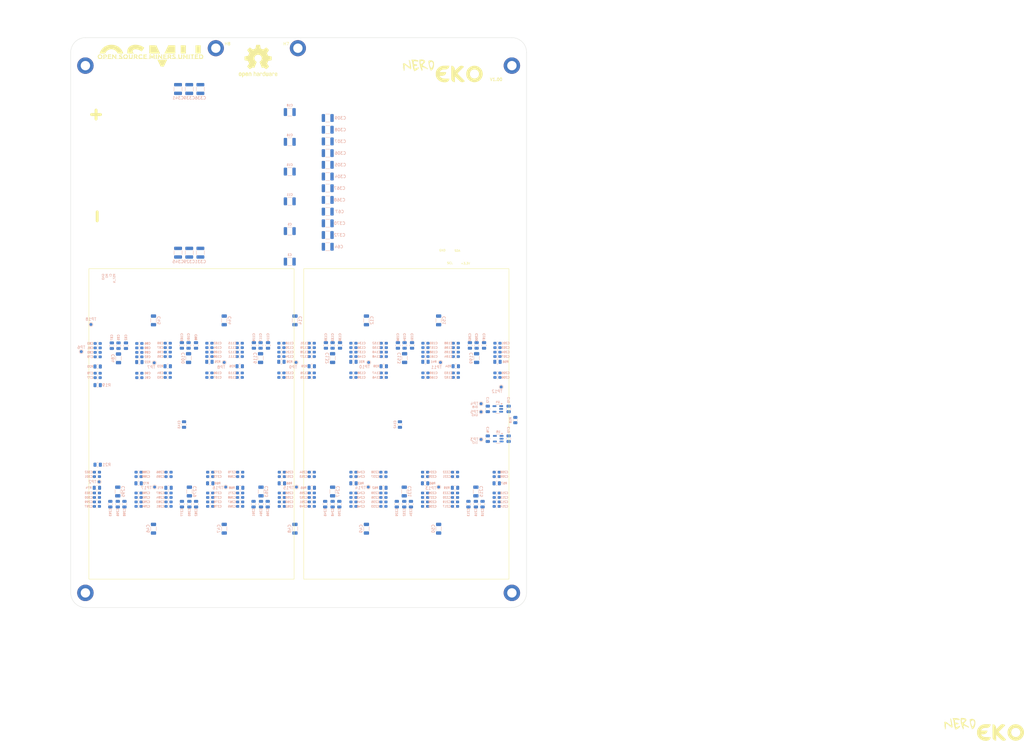
<source format=kicad_pcb>
(kicad_pcb (version 20240108) (generator "pcbnew") (generator_version "8.0")
  (layers (0 "F.Cu" mixed) (1 "In1.Cu" signal) (2 "In2.Cu" signal) (3 "In3.Cu" signal) (4 "In4.Cu" signal) (31 "B.Cu" signal) (34 "B.Paste" user) (35 "F.Paste" user) (36 "B.SilkS" user "B.Silkscreen") (37 "F.SilkS" user "F.Silkscreen") (38 "B.Mask" user) (39 "F.Mask" user) (44 "Edge.Cuts" user))
  (net 0 "")
  (net 1 "GND")
  (net 2 "Net-(U7-VDD1_0)")
  (net 3 "+1V2")
  (net 4 "Net-(U7-VDD2_0)")
  (net 5 "Net-(U7-VDD3_0)")
  (net 6 "Net-(U7-VDD3_1)")
  (net 7 "+12V")
  (net 8 "VDD")
  (net 9 "+0V8")
  (net 10 "Net-(U9-VDD1_0)")
  (net 11 "Net-(U7-VDD2_1)")
  (net 12 "Net-(U7-VDD1_1)")
  (net 13 "Net-(U9-VDD2_0)")
  (net 14 "Net-(U8-VDD1_0)")
  (net 15 "Net-(U9-VDD3_0)")
  (net 16 "+3V3")
  (net 17 "Net-(U30-VSP)")
  (net 18 "Net-(U8-VDD2_0)")
  (net 19 "Net-(U30-VSN)")
  (net 20 "Net-(U8-VDD3_0)")
  (net 21 "Net-(U8-VDD3_1)")
  (net 22 "Net-(U8-VDD2_1)")
  (net 23 "Net-(U8-VDD1_1)")
  (net 24 "Net-(U15-VDD1_0)")
  (net 25 "Net-(U15-VDD2_0)")
  (net 26 "Net-(U15-VDD3_0)")
  (net 27 "Net-(U15-VDD3_1)")
  (net 28 "Net-(U10-VDD3_0)")
  (net 29 "Net-(U10-VDD2_0)")
  (net 30 "Net-(U10-VDD1_0)")
  (net 31 "/Power/PWR_EN")
  (net 32 "Net-(U15-VDD2_1)")
  (net 33 "Net-(U15-VDD1_1)")
  (net 34 "/T-Display-S3/TACHO1")
  (net 35 "Net-(U9-VDD3_1)")
  (net 36 "/T-Display-S3/TACHO2")
  (net 37 "/Power/FCCM")
  (net 38 "Net-(U9-VDD2_1)")
  (net 39 "Net-(U9-VDD1_1)")
  (net 40 "Net-(U10-VDD3_1)")
  (net 41 "Net-(U10-VDD2_1)")
  (net 42 "Net-(U10-VDD1_1)")
  (net 43 "/Power/VR_RDY")
  (net 44 "Net-(U22-VDD1_0)")
  (net 45 "Net-(U22-VDD2_0)")
  (net 46 "Net-(U22-VDD3_0)")
  (net 47 "Net-(U22-VDD3_1)")
  (net 48 "Net-(U22-VDD2_1)")
  (net 49 "Net-(U22-VDD1_1)")
  (net 50 "Net-(U23-VDD1_0)")
  (net 51 "Net-(U23-VDD2_0)")
  (net 52 "Net-(U9-LITE_PAD)")
  (net 53 "Net-(U23-VDD3_0)")
  (net 54 "Net-(U23-VDD3_1)")
  (net 55 "Net-(U23-VDD2_1)")
  (net 56 "Net-(U23-VDD1_1)")
  (net 57 "Net-(U24-VDD1_0)")
  (net 58 "Net-(U10-LITE_PAD)")
  (net 59 "Net-(U24-VDD2_0)")
  (net 60 "/Power/TPS_PWM2")
  (net 61 "Net-(U24-VDD3_0)")
  (net 62 "Net-(U24-VDD3_1)")
  (net 63 "/Power/TPS_PWM1")
  (net 64 "Net-(U24-VDD2_1)")
  (net 65 "/T-Display-S3/SDA")
  (net 66 "/T-Display-S3/SCL")
  (net 67 "/Power/TPS_PWM3")
  (net 68 "Net-(U24-VDD1_1)")
  (net 69 "Net-(U25-VDD1_0)")
  (net 70 "Net-(U25-VDD2_0)")
  (net 71 "Net-(U25-VDD3_0)")
  (net 72 "Net-(U25-VDD3_1)")
  (net 73 "Net-(U25-VDD2_1)")
  (net 74 "Net-(U25-VDD1_1)")
  (net 75 "Net-(U26-VDD1_0)")
  (net 76 "Net-(U26-VDD2_0)")
  (net 77 "Net-(U26-VDD3_0)")
  (net 78 "Net-(U26-VDD3_1)")
  (net 79 "Net-(U26-VDD2_1)")
  (net 80 "Net-(U26-VDD1_1)")
  (net 81 "Net-(U27-VDD1_0)")
  (net 82 "Net-(U27-VDD2_0)")
  (net 83 "/Power/TPS_PWM4")
  (net 84 "Net-(U27-VDD3_0)")
  (net 85 "Net-(U27-VDD3_1)")
  (net 86 "Net-(U27-VDD2_1)")
  (net 87 "Net-(U27-VDD1_1)")
  (net 88 "Net-(U28-VDD1_0)")
  (net 89 "Net-(U28-VDD2_0)")
  (net 90 "Net-(U28-VDD3_0)")
  (net 91 "Net-(U28-VDD3_1)")
  (net 92 "Net-(U28-VDD2_1)")
  (net 93 "Net-(U28-VDD1_1)")
  (net 94 "Net-(U7-LITE_PAD)")
  (net 95 "Net-(U8-LITE_PAD)")
  (net 96 "Net-(U15-LITE_PAD)")
  (net 97 "Net-(U22-LITE_PAD)")
  (net 98 "/BM1370chain/BM1370-5/NRSTO")
  (net 99 "Net-(U23-LITE_PAD)")
  (net 100 "/BM1370chain/BM1370-6/NRSTO")
  (net 101 "Net-(U24-LITE_PAD)")
  (net 102 "/BM1370chain/BM1370-7/NRSTO")
  (net 103 "Net-(U25-LITE_PAD)")
  (net 104 "/BM1370chain/BM1370-8/NRSTO")
  (net 105 "Net-(U26-LITE_PAD)")
  (net 106 "/BM1370chain/BM1370-10/NRSTI")
  (net 107 "Net-(U27-LITE_PAD)")
  (net 108 "/BM1370chain/BM1370-10/NRSTO")
  (net 109 "Net-(U28-LITE_PAD)")
  (net 110 "/BM1370chain/BM1370-11/RI")
  (net 111 "/BM1370chain/BM1370-11/NRSTO")
  (net 114 "/BM1370chain/RST_N")
  (net 115 "/T-Display-S3/PWM1")
  (net 116 "/T-Display-S3/PWM2")
  (net 117 "/BM1370chain/BM1370-0/BI")
  (net 118 "/BM1370chain/LDO_EN")
  (net 119 "/BM1370chain/BM1370-0/NRSTO")
  (net 120 "/BM1370chain/BM1370-1/NRSTO")
  (net 121 "/BM1370chain/BM1370-2/NRSTO")
  (net 122 "/BM1370chain/BM1370-3/NRSTO")
  (net 123 "/BM1370chain/BM1370-0/CLKI")
  (net 124 "/Power/TPS_PWM6")
  (net 125 "/Power/TPS_PWM5")
  (net 126 "/BM1370chain/BM1370-4/NRSTO")
  (net 127 "/BM1370chain/RXD")
  (net 128 "/BM1370chain/TXD")
  (net 129 "/BM1370chain/RESET_N")
  (net 130 "/BM1370chain/BM1370-10/CLKI")
  (net 131 "/BM1370chain/BM1370-11/CLKO")
  (net 132 "/Power/TSEN")
  (net 133 "+VREF")
  (net 134 "/T-Display-S3/LED_RGB")
  (net 135 "/BM1370chain/BM1370-1/CLKI")
  (net 136 "/BM1370chain/BM1370-2/CLKI")
  (net 137 "/BM1370chain/BM1370-3/CLKI")
  (net 138 "/BM1370chain/BM1370-4/CLKI")
  (net 139 "/BM1370chain/BM1370-6/CLKI")
  (net 140 "/BM1370chain/BM1370-7/CLKI")
  (net 141 "/BM1370chain/BM1370-8/CLKI")
  (net 142 "/BM1370chain/BM1370-9/CLKI")
  (net 143 "/BM1370chain/BM1370-11/CLKI")
  (net 144 "/BM1370chain/BM1370-5/CLKI")
  (net 145 "+5V_STDBY")
  (footprint "" (layer "F.Cu") (at 185.009218 214.951644)
    (property "Reference" "")
    (property "Value" "")
  )
  (footprint "MountingHole:MountingHole_3.2mm_M3_DIN965_Pad" (layer "F.Cu") (at 39.509218 34.951644)
    (property "Reference" "REF**" (hide yes))
    (property "Value" "MountingHole_3.2mm_M3_DIN965_Pad" (hide yes))
  )
  (footprint "" (layer "F.Cu") (at 185.009218 34.951644)
    (property "Reference" "")
    (property "Value" "")
  )
  (footprint "MountingHole:MountingHole_3.2mm_M3_ISO14580_Pad" (layer "F.Cu") (at 112 29)
    (property "Reference" "H7")
    (property "Value" "MountingHole")
  )
  (footprint "LOGO" (layer "F.Cu") (at 62.23 30.988)
    (property "Reference" "G***" (hide yes))
    (property "Value" "LOGO" (hide yes))
  )
  (footprint "MountingHole:MountingHole_3.2mm_M3_ISO14580_Pad" (layer "F.Cu") (at 84 29)
    (property "Reference" "H8")
    (property "Value" "MountingHole")
  )
  (footprint "EKO_Miner_ASIClib:Logo NerdEKO-30x10" (layer "F.Cu") (at 147.561733 32.751776)
    (property "Reference" "G***" (hide yes))
    (property "Value" "LOGO" (hide yes))
  )
  (footprint "Symbol:OSHW-Logo2_14.6x12mm_SilkScreen" (layer "F.Cu") (at 98.425 33.401)
    (property "Reference" "REF**" (hide yes))
    (property "Value" "OSHW-Logo2_14.6x12mm_SilkScreen" (hide yes))
  )
  (footprint "" (layer "F.Cu") (at 39.509218 214.951644)
    (property "Reference" "")
    (property "Value" "")
  )
  (footprint "EKO_Miner_ASIClib:Logo NerdEKO-30x10" (layer "F.Cu") (at 332.232 257.556)
    (property "Reference" "G***" (hide yes))
    (property "Value" "LOGO" (hide yes))
  )
  (footprint "Capacitor_SMD:C_1206_3216Metric" (layer "B.Cu") (at 160.02 193.04 -90)
    (property "Reference" "C50")
    (property "Value" "100µ/6.3V")
  )
  (footprint "Resistor_SMD:R_0805_2012Metric" (layer "B.Cu") (at 155.3972 177.546001)
    (property "Reference" "R60")
    (property "Value" "1K")
  )
  (footprint "Capacitor_SMD:C_1210_3225Metric" (layer "B.Cu") (at 109.22 91.44 180)
    (property "Reference" "C5")
    (property "Value" "330µF/4V")
  )
  (footprint "Capacitor_SMD:C_0603_1608Metric_Pad1.08x0.95mm_HandSolder" (layer "B.Cu") (at 43.688 131.318)
    (property "Reference" "C81")
    (property "Value" "1µF/6.3V")
  )
  (footprint "Capacitor_SMD:C_0603_1608Metric_Pad1.08x0.95mm_HandSolder" (layer "B.Cu") (at 180.086 141.390667)
    (property "Reference" "C206")
    (property "Value" "1µF/6.3V")
  )
  (footprint "Resistor_SMD:R_0805_2012Metric" (layer "B.Cu") (at 155.517865 136.056667 180)
    (property "Reference" "R41")
    (property "Value" "2K")
  )
  (footprint "Capacitor_SMD:C_1206_3216Metric" (layer "B.Cu") (at 172.974 134.786667 -90)
    (property "Reference" "C199")
    (property "Value" "100µ/6.3V")
  )
  (footprint "Capacitor_SMD:C_0603_1608Metric_Pad1.08x0.95mm_HandSolder" (layer "B.Cu") (at 155.517865 129.706667 180)
    (property "Reference" "C155")
    (property "Value" "1µF/6.3V")
  )
  (footprint "Capacitor_SMD:C_0603_1608Metric_Pad1.08x0.95mm_HandSolder" (layer "B.Cu") (at 82.092802 173.736)
    (property "Reference" "C272")
    (property "Value" "1µF/6.3V")
  )
  (footprint "Capacitor_SMD:C_0805_2012Metric" (layer "B.Cu") (at 96.983599 130.468667 90)
    (property "Reference" "C119")
    (property "Value" "100nF")
  )
  (footprint "Capacitor_SMD:C_1210_3225Metric" (layer "B.Cu") (at 122.174 68.810908)
    (property "Reference" "C305")
    (property "Value" "330µF/4V")
  )
  (footprint "Capacitor_SMD:C_0603_1608Metric_Pad1.08x0.95mm_HandSolder" (layer "B.Cu") (at 92.303602 183.895998 180)
    (property "Reference" "C267")
    (property "Value" "1µF/6.3V")
  )
  (footprint "Capacitor_SMD:C_0603_1608Metric_Pad1.08x0.95mm_HandSolder" (layer "B.Cu") (at 82.092801 183.895999 180)
    (property "Reference" "C276")
    (property "Value" "1µF/6.3V")
  )
  (footprint "Capacitor_SMD:C_0603_1608Metric_Pad1.08x0.95mm_HandSolder" (layer "B.Cu") (at 155.517865 132.754667 180)
    (property "Reference" "C158")
    (property "Value" "1µF/6.3V")
  )
  (footprint "TestPoint:TestPoint_Pad_D1.0mm" (layer "B.Cu") (at 44.196 177.038 180)
    (property "Reference" "TP2")
    (property "Value" "TestPoint")
  )
  (footprint "Capacitor_SMD:C_0603_1608Metric_Pad1.08x0.95mm_HandSolder" (layer "B.Cu") (at 92.303602 175.259999)
    (property "Reference" "C269")
    (property "Value" "1µF/6.3V")
  )
  (footprint "Capacitor_SMD:C_1206_3216Metric" (layer "B.Cu") (at 74.701466 134.786667 -90)
    (property "Reference" "C100")
    (property "Value" "100µ/6.3V")
  )
  (footprint "Capacitor_SMD:C_0603_1608Metric_Pad1.08x0.95mm_HandSolder" (layer "B.Cu") (at 106.381599 134.278667 180)
    (property "Reference" "C124")
    (property "Value" "1µF/6.3V")
  )
  (footprint "Capacitor_SMD:C_0603_1608Metric_Pad1.08x0.95mm_HandSolder" (layer "B.Cu") (at 81.813466 131.230667)
    (property "Reference" "C104")
    (property "Value" "1µF/6.3V")
  )
  (footprint "Capacitor_SMD:C_0805_2012Metric" (layer "B.Cu") (at 175.005999 184.658 -90)
    (property "Reference" "C218")
    (property "Value" "100nF")
  )
  (footprint "Capacitor_SMD:C_0805_2012Metric" (layer "B.Cu") (at 123.8504 184.658 -90)
    (property "Reference" "C248")
    (property "Value" "1µF/25V")
  )
  (footprint "Capacitor_SMD:C_0603_1608Metric_Pad1.08x0.95mm_HandSolder" (layer "B.Cu") (at 155.397199 185.42)
    (property "Reference" "C230")
    (property "Value" "1µF/6.3V")
  )
  (footprint "Resistor_SMD:R_0805_2012Metric" (layer "B.Cu") (at 130.9624 177.546001)
    (property "Reference" "R63")
    (property "Value" "1K")
  )
  (footprint "Capacitor_SMD:C_0603_1608Metric_Pad1.08x0.95mm_HandSolder" (layer "B.Cu") (at 165.862 139.866667)
    (property "Reference" "C193")
    (property "Value" "1µF/6.3V")
  )
  (footprint "Resistor_SMD:R_0805_2012Metric" (layer "B.Cu") (at 141.293865 137.580667 180)
    (property "Reference" "R39")
    (property "Value" "1K")
  )
  (footprint "Capacitor_SMD:C_0805_2012Metric" (layer "B.Cu") (at 101.701601 184.657999 -90)
    (property "Reference" "C266")
    (property "Value" "100nF")
  )
  (footprint "Capacitor_SMD:C_0603_1608Metric_Pad1.08x0.95mm_HandSolder" (layer "B.Cu") (at 43.434002 182.371998)
    (property "Reference" "C300")
    (property "Value" "1µF/6.3V")
  )
  (footprint "Resistor_SMD:R_0805_2012Metric" (layer "B.Cu") (at 165.608 179.069999)
    (property "Reference" "R59")
    (property "Value" "2K")
  )
  (footprint "Capacitor_SMD:C_0805_2012Metric" (layer "B.Cu") (at 50.546002 184.657999 -90)
    (property "Reference" "C296")
    (property "Value" "1µF/25V")
  )
  (footprint "Capacitor_SMD:C_1210_3225Metric" (layer "B.Cu") (at 78.74 98.806 -90)
    (property "Reference" "C331")
    (property "Value" "22µ/25V")
  )
  (footprint "Capacitor_SMD:C_0603_1608Metric_Pad1.08x0.95mm_HandSolder" (layer "B.Cu") (at 130.9624 175.260001 180)
    (property "Reference" "C241")
    (property "Value" "1µF/6.3V")
  )
  (footprint "Capacitor_SMD:C_0805_2012Metric" (layer "B.Cu") (at 53.34 130.556 90)
    (property "Reference" "C82")
    (property "Value" "10µF/25V")
  )
  (footprint "Capacitor_SMD:C_0805_2012Metric" (layer "B.Cu") (at 72.415466 130.468667 90)
    (property "Reference" "C103")
    (property "Value" "100nF")
  )
  (footprint "Capacitor_SMD:C_0603_1608Metric_Pad1.08x0.95mm_HandSolder" (layer "B.Cu") (at 67.589466 139.866667)
    (property "Reference" "C94")
    (property "Value" "1µF/6.3V")
  )
  (footprint "Capacitor_SMD:C_0603_1608Metric_Pad1.08x0.95mm_HandSolder" (layer "B.Cu") (at 116.7384 180.847999)
    (property "Reference" "C255")
    (property "Value" "1µF/6.3V")
  )
  (footprint "TestPoint:TestPoint_Pad_D1.0mm" (layer "B.Cu") (at 136.144 136.271 180)
    (property "Reference" "TP10")
    (property "Value" "TestPoint")
  )
  (footprint "Capacitor_SMD:C_0603_1608Metric_Pad1.08x0.95mm_HandSolder" (layer "B.Cu") (at 82.092802 182.371999)
    (property "Reference" "C275")
    (property "Value" "1µF/6.3V")
  )
  (footprint "Capacitor_SMD:C_0603_1608Metric_Pad1.08x0.95mm_HandSolder" (layer "B.Cu") (at 141.293865 141.390667 180)
    (property "Reference" "C146")
    (property "Value" "1µF/6.3V")
  )
  (footprint "Resistor_SMD:R_0805_2012Metric" (layer "B.Cu") (at 180.086 136.056667 180)
    (property "Reference" "R56")
    (property "Value" "2K")
  )
  (footprint "Capacitor_SMD:C_0603_1608Metric_Pad1.08x0.95mm_HandSolder" (layer "B.Cu") (at 82.092802 175.26 180)
    (property "Reference" "C273")
    (property "Value" "1µF/6.3V")
  )
  (footprint "Capacitor_SMD:C_1210_3225Metric" (layer "B.Cu") (at 122.174 52.832)
    (property "Reference" "C309")
    (property "Value" "330µF/4V")
  )
  (footprint "Capacitor_SMD:C_0805_2012Metric" (layer "B.Cu") (at 148.2852 184.658 -90)
    (property "Reference" "C232")
    (property "Value" "1µF/25V")
  )
  (footprint "Capacitor_SMD:C_0805_2012Metric" (layer "B.Cu") (at 123.837732 130.468667 90)
    (property "Reference" "C133")
    (property "Value" "1µF/25V")
  )
  (footprint "Capacitor_SMD:C_0805_2012Metric" (layer "B.Cu") (at 99.269599 130.468667 90)
    (property "Reference" "C117")
    (property "Value" "1µF/25V")
  )
  (footprint "Resistor_SMD:R_0805_2012Metric" (layer "B.Cu") (at 43.688 137.668 180)
    (property "Reference" "R20")
    (property "Value" "1K")
  )
  (footprint "Capacitor_SMD:C_0603_1608Metric_Pad1.08x0.95mm_HandSolder" (layer "B.Cu") (at 57.658002 173.736)
    (property "Reference" "C288")
    (property "Value" "1µF/6.3V")
  )
  (footprint "Capacitor_SMD:C_0603_1608Metric_Pad1.08x0.95mm_HandSolder" (layer "B.Cu") (at 130.949732 141.390667)
    (property "Reference" "C139")
    (property "Value" "1µF/6.3V")
  )
  (footprint "Capacitor_SMD:C_0603_1608Metric_Pad1.08x0.95mm_HandSolder" (layer "B.Cu") (at 165.608 185.419999)
    (property "Reference" "C217")
    (property "Value" "1µF/6.3V")
  )
  (footprint "Capacitor_SMD:C_0603_1608Metric_Pad1.08x0.95mm_HandSolder" (layer "B.Cu") (at 67.589466 129.706667 180)
    (property "Reference" "C99")
    (property "Value" "1µF/6.3V")
  )
  (footprint "Capacitor_SMD:C_1206_3216Metric" (layer "B.Cu") (at 135.382 121.92 90)
    (property "Reference" "C12")
    (property "Value" "100µ/6.3V")
  )
  (footprint "Capacitor_SMD:C_1206_3216Metric" (layer "B.Cu") (at 86.868 193.04 -90)
    (property "Reference" "C47")
    (property "Value" "100µ/6.3V")
  )
  (footprint "Capacitor_SMD:C_0603_1608Metric_Pad1.08x0.95mm_HandSolder" (layer "B.Cu") (at 130.949732 134.278667 180)
    (property "Reference" "C140")
    (property "Value" "1µF/6.3V")
  )
  (footprint "Resistor_SMD:R_0805_2012Metric" (layer "B.Cu") (at 92.157599 137.580667 180)
    (property "Reference" "R26")
    (property "Value" "1K")
  )
  (footprint "Capacitor_SMD:C_0805_2012Metric" (layer "B.Cu") (at 121.551732 130.468667 90)
    (property "Reference" "C135")
    (property "Value" "100nF")
  )
  (footprint "Capacitor_SMD:C_0603_1608Metric_Pad1.08x0.95mm_HandSolder" (layer "B.Cu") (at 165.608 180.847999)
    (property "Reference" "C223")
    (property "Value" "1µF/6.3V")
  )
  (footprint "Capacitor_SMD:C_0603_1608Metric_Pad1.08x0.95mm_HandSolder" (layer "B.Cu") (at 165.862 134.278667 180)
    (property "Reference" "C194")
    (property "Value" "1µF/6.3V")
  )
  (footprint "Capacitor_SMD:C_1210_3225Metric" (layer "B.Cu") (at 122.174 56.826727)
    (property "Reference" "C308")
    (property "Value" "330µF/4V")
  )
  (footprint "Capacitor_SMD:C_0603_1608Metric_Pad1.08x0.95mm_HandSolder" (layer "B.Cu") (at 141.1732 185.419999)
    (property "Reference" "C233")
    (property "Value" "1µF/6.3V")
  )
  (footprint "Capacitor_SMD:C_0603_1608Metric_Pad1.08x0.95mm_HandSolder" (layer "B.Cu") (at 57.912 141.478)
    (property "Reference" "C91")
    (property "Value" "1µF/6.3V")
  )
  (footprint "Capacitor_SMD:C_0603_1608Metric_Pad1.08x0.95mm_HandSolder" (layer "B.Cu") (at 180.086 134.278667 180)
    (property "Reference" "C207")
    (property "Value" "1µF/6.3V")
  )
  (footprint "Resistor_SMD:R_0805_2012Metric" (layer "B.Cu") (at 81.813466 136.056667 180)
    (property "Reference" "R25")
    (property "Value" "2K")
  )
  (footprint "Capacitor_SMD:C_0603_1608Metric_Pad1.08x0.95mm_HandSolder" (layer "B.Cu") (at 179.832 175.260001 180)
    (property "Reference" "C209")
    (property "Value" "1µF/6.3V")
  )
  (footprint "Resistor_SMD:R_0805_2012Metric" (layer "B.Cu") (at 57.658002 177.546)
    (property "Reference" "R72")
    (property "Value" "1K")
  )
  (footprint "Capacitor_SMD:C_1206_3216Metric" (layer "B.Cu") (at 135.382 193.04 -90)
    (property "Reference" "C49")
    (property "Value" "100µ/6.3V")
  )
  (footprint "Capacitor_SMD:C_0603_1608Metric_Pad1.08x0.95mm_HandSolder" (layer "B.Cu") (at 67.868802 182.371998)
    (property "Reference" "C284")
    (property "Value" "1µF/6.3V")
  )
  (footprint "Capacitor_SMD:C_0603_1608Metric_Pad1.08x0.95mm_HandSolder" (layer "B.Cu") (at 57.658001 183.895999 180)
    (property "Reference" "C292")
    (property "Value" "1µF/6.3V")
  )
  (footprint "Capacitor_SMD:C_0805_2012Metric" (layer "B.Cu") (at 150.571199 184.658 -90)
    (property "Reference" "C234")
    (property "Value" "100nF")
  )
  (footprint "Capacitor_SMD:C_0603_1608Metric_Pad1.08x0.95mm_HandSolder" (layer "B.Cu") (at 130.962399 185.42)
    (property "Reference" "C246")
    (property "Value" "1µF/6.3V")
  )
  (footprint "TestPoint:TestPoint_Pad_D1.0mm" (layer "B.Cu") (at 41.402 123.317 180)
    (property "Reference" "TP18")
    (property "Value" "TestPoint")
  )
  (footprint "Capacitor_SMD:C_0603_1608Metric_Pad1.08x0.95mm_HandSolder" (layer "B.Cu") (at 116.7384 183.895999 180)
    (property "Reference" "C251")
    (property "Value" "1µF/6.3V")
  )
  (footprint "Capacitor_SMD:C_0603_1608Metric_Pad1.08x0.95mm_HandSolder" (layer "B.Cu") (at 116.725732 131.230667)
    (property "Reference" "C129")
    (property "Value" "1µF/6.3V")
  )
  (footprint "Capacitor_SMD:C_1206_3216Metric" (layer "B.Cu") (at 123.8504 180.34 90)
    (property "Reference" "C247")
    (property "Value" "100µ/6.3V")
  )
  (footprint "Capacitor_SMD:C_0603_1608Metric_Pad1.08x0.95mm_HandSolder" (layer "B.Cu") (at 92.303602 185.419998)
    (property "Reference" "C265")
    (property "Value" "1µF/6.3V")
  )
  (footprint "Capacitor_SMD:C_0603_1608Metric_Pad1.08x0.95mm_HandSolder" (layer "B.Cu") (at 82.092802 180.847999)
    (property "Reference" "C274")
    (property "Value" "1µF/6.3V")
  )
  (footprint "Capacitor_SMD:C_0603_1608Metric_Pad1.08x0.95mm_HandSolder" (layer "B.Cu") (at 106.527602 182.371999)
    (property "Reference" "C259")
    (property "Value" "1µF/6.3V")
  )
  (footprint "Capacitor_SMD:C_0805_2012Metric" (layer "B.Cu") (at 101.809599 130.468667 90)
    (property "Reference" "C114")
    (property "Value" "10µF/25V")
  )
  (footprint "Capacitor_SMD:C_0603_1608Metric_Pad1.08x0.95mm_HandSolder" (layer "B.Cu") (at 43.688 134.366 180)
    (property "Reference" "C79")
    (property "Value" "1µF/6.3V")
  )
  (footprint "Capacitor_SMD:C_1206_3216Metric" (layer "B.Cu") (at 99.415602 180.339999 90)
    (property "Reference" "C263")
    (property "Value" "100µ/6.3V")
  )
  (footprint "Capacitor_SMD:C_0603_1608Metric_Pad1.08x0.95mm_HandSolder" (layer "B.Cu") (at 43.434002 175.259999)
    (property "Reference" "C301")
    (property "Value" "1µF/6.3V")
  )
  (footprint "Capacitor_SMD:C_0603_1608Metric_Pad1.08x0.95mm_HandSolder" (layer "B.Cu") (at 43.434003 173.735999 180)
    (property "Reference" "C302")
    (property "Value" "1µF/6.3V")
  )
  (footprint "Capacitor_SMD:C_0603_1608Metric_Pad1.08x0.95mm_HandSolder" (layer "B.Cu") (at 155.3972 173.736001)
    (property "Reference" "C224")
    (property "Value" "1µF/6.3V")
  )
  (footprint "Capacitor_SMD:C_0805_2012Metric" (layer "B.Cu") (at 172.974 130.468667 90)
    (property "Reference" "C200")
    (property "Value" "1µF/25V")
  )
  (footprint "Capacitor_SMD:C_0603_1608Metric_Pad1.08x0.95mm_HandSolder" (layer "B.Cu") (at 106.381599 141.390667)
    (property "Reference" "C123")
    (property "Value" "1µF/6.3V")
  )
  (footprint "Capacitor_SMD:C_0603_1608Metric_Pad1.08x0.95mm_HandSolder" (layer "B.Cu") (at 155.3972 180.848)
    (property "Reference" "C226")
    (property "Value" "1µF/6.3V")
  )
  (footprint "TestPoint:TestPoint_Pad_D1.0mm" (layer "B.Cu") (at 174.498 153.162 180)
    (property "Reference" "TP5")
    (property "Value" "TestPoint")
  )
  (footprint "Capacitor_SMD:C_1206_3216Metric" (layer "B.Cu") (at 160.02 121.92 90)
    (property "Reference" "C51")
    (property "Value" "100µ/6.3V")
  )
  (footprint "Capacitor_SMD:C_0805_2012Metric" (layer "B.Cu") (at 183.896 152.146 -90)
    (property "Reference" "C70")
    (property "Value" "100nF")
  )
  (footprint "Capacitor_SMD:C_0603_1608Metric_Pad1.08x0.95mm_HandSolder" (layer "B.Cu") (at 67.868802 175.259999)
    (property "Reference" "C285")
    (property "Value" "1µF/6.3V")
  )
  (footprint "Capacitor_SMD:C_0603_1608Metric_Pad1.08x0.95mm_HandSolder" (layer "B.Cu") (at 116.725732 141.390667 180)
    (property "Reference" "C125")
    (property "Value" "1µF/6.3V")
  )
  (footprint "Capacitor_SMD:C_0603_1608Metric_Pad1.08x0.95mm_HandSolder" (layer "B.Cu") (at 155.517865 131.230667)
    (property "Reference" "C157")
    (property "Value" "1µF/6.3V")
  )
  (footprint "Capacitor_SMD:C_0603_1608Metric_Pad1.08x0.95mm_HandSolder" (layer "B.Cu") (at 57.912 139.954 180)
    (property "Reference" "C90")
    (property "Value" "1µF/6.3V")
  )
  (footprint "Capacitor_SMD:C_1210_3225Metric" (layer "B.Cu") (at 71.12 98.806 -90)
    (property "Reference" "C345")
    (property "Value" "22µ/25V")
  )
  (footprint "Capacitor_SMD:C_0603_1608Metric_Pad1.08x0.95mm_HandSolder" (layer "B.Cu") (at 57.658001 185.419999)
    (property "Reference" "C294")
    (property "Value" "1µF/6.3V")
  )
  (footprint "Capacitor_SMD:C_0603_1608Metric_Pad1.08x0.95mm_HandSolder" (layer "B.Cu") (at 180.086 129.706667 180)
    (property "Reference" "C201")
    (property "Value" "1µF/6.3V")
  )
  (footprint "TestPoint:TestPoint_Pad_D1.0mm" (layer "B.Cu") (at 174.498 150.368 180)
    (property "Reference" "TP4")
    (property "Value" "TestPoint")
  )
  (footprint "Capacitor_SMD:C_0603_1608Metric_Pad1.08x0.95mm_HandSolder" (layer "B.Cu") (at 92.303603 173.735999 180)
    (property "Reference" "C270")
    (property "Value" "1µF/6.3V")
  )
  (footprint "Resistor_SMD:R_0805_2012Metric" (layer "B.Cu") (at 67.868802 179.069998)
    (property "Reference" "R71")
    (property "Value" "2K")
  )
  (footprint "Capacitor_SMD:C_0603_1608Metric_Pad1.08x0.95mm_HandSolder" (layer "B.Cu") (at 116.738401 173.736 180)
    (property "Reference" "C254")
    (property "Value" "1µF/6.3V")
  )
  (footprint "Capacitor_SMD:C_0603_1608Metric_Pad1.08x0.95mm_HandSolder" (layer "B.Cu") (at 67.868803 173.735999 180)
    (property "Reference" "C286")
    (property "Value" "1µF/6.3V")
  )
  (footprint "Capacitor_SMD:C_0805_2012Metric" (layer "B.Cu") (at 183.896 162.306 -90)
    (property "Reference" "C73")
    (property "Value" "100nF")
  )
  (footprint "Resistor_SMD:R_0805_2012Metric" (layer "B.Cu") (at 82.092802 177.546)
    (property "Reference" "R69")
    (property "Value" "1K")
  )
  (footprint "Capacitor_SMD:C_1206_3216Metric" (layer "B.Cu") (at 148.2852 180.34 90)
    (property "Reference" "C231")
    (property "Value" "100µ/6.3V")
  )
  (footprint "Capacitor_SMD:C_0603_1608Metric_Pad1.08x0.95mm_HandSolder" (layer "B.Cu") (at 67.589466 131.230667)
    (property "Reference" "C97")
    (property "Value" "1µF/6.3V")
  )
  (footprint "Capacitor_SMD:C_0603_1608Metric_Pad1.08x0.95mm_HandSolder" (layer "B.Cu") (at 81.813466 139.866667 180)
    (property "Reference" "C106")
    (property "Value" "1µF/6.3V")
  )
  (footprint "TestPoint:TestPoint_Pad_D1.0mm" (layer "B.Cu") (at 174.498 162.56 180)
    (property "Reference" "TP3")
    (property "Value" "TestPoint")
  )
  (footprint "Capacitor_SMD:C_0603_1608Metric_Pad1.08x0.95mm_HandSolder" (layer "B.Cu") (at 179.832 182.372)
    (property "Reference" "C211")
    (property "Value" "1µF/6.3V")
  )
  (footprint "Capacitor_SMD:C_0805_2012Metric" (layer "B.Cu") (at 73.152 157.48 -90)
    (property "Reference" "C143")
    (property "Value" "100nF")
  )
  (footprint "Capacitor_SMD:C_1206_3216Metric" (layer "B.Cu") (at 123.837732 134.786667 -90)
    (property "Reference" "C132")
    (property "Value" "100µ/6.3V")
  )
  (footprint "TestPoint:TestPoint_Pad_D1.0mm" (layer "B.Cu") (at 38.1 132.588 180)
    (property "Reference" "TP6")
    (property "Value" "TestPoint")
  )
  (footprint "Capacitor_SMD:C_1210_3225Metric" (layer "B.Cu") (at 78.74 42.926 90)
    (property "Reference" "C336")
    (property "Value" "22µ/25V")
  )
  (footprint "Resistor_SMD:R_0805_2012Metric" (layer "B.Cu") (at 43.688 144.018 180)
    (property "Reference" "R19")
    (property "Value" "10K")
  )
  (footprint "Capacitor_SMD:C_0603_1608Metric_Pad1.08x0.95mm_HandSolder" (layer "B.Cu") (at 141.1732 182.371999)
    (property "Reference" "C236")
    (property "Value" "1µF/6.3V")
  )
  (footprint "TestPoint:TestPoint_Pad_D1.0mm" (layer "B.Cu") (at 63.119 178.816 180)
    (property "Reference" "TP17")
    (property "Value" "TestPoint")
  )
  (footprint "Capacitor_SMD:C_0603_1608Metric_Pad1.08x0.95mm_HandSolder" (layer "B.Cu") (at 57.912 134.366 180)
    (property "Reference" "C92")
    (property "Value" "1µF/6.3V")
  )
  (footprint "Capacitor_SMD:C_0805_2012Metric" (layer "B.Cu") (at 99.415602 184.657999 -90)
    (property "Reference" "C264")
    (property "Value" "1µF/25V")
  )
  (footprint "Capacitor_SMD:C_0603_1608Metric_Pad1.08x0.95mm_HandSolder" (layer "B.Cu") (at 82.092801 185.419999)
    (property "Reference" "C278")
    (property "Value" "1µF/6.3V")
  )
  (footprint "Capacitor_SMD:C_0603_1608Metric_Pad1.08x0.95mm_HandSolder" (layer "B.Cu") (at 155.3972 175.260001 180)
    (property "Reference" "C225")
    (property "Value" "1µF/6.3V")
  )
  (footprint "Capacitor_SMD:C_0805_2012Metric" (layer "B.Cu") (at 126.377732 130.468667 90)
    (property "Reference" "C130")
    (property "Value" "10µF/25V")
  )
  (footprint "Resistor_SMD:R_0805_2012Metric" (layer "B.Cu") (at 130.949732 136.056667 180)
    (property "Reference" "R31")
    (property "Value" "2K")
  )
  (footprint "Capacitor_SMD:C_0603_1608Metric_Pad1.08x0.95mm_HandSolder" (layer "B.Cu") (at 57.658002 175.26 180)
    (property "Reference" "C289")
    (property "Value" "1µF/6.3V")
  )
  (footprint "Capacitor_SMD:C_1206_3216Metric" (layer "B.Cu") (at 62.738 193.04 -90)
    (property "Reference" "C46")
    (property "Value" "100µ/6.3V")
  )
  (footprint "Capacitor_SMD:C_0603_1608Metric_Pad1.08x0.95mm_HandSolder" (layer "B.Cu") (at 180.086 132.754667 180)
    (property "Reference" "C204")
    (property "Value" "1µF/6.3V")
  )
  (footprint "Capacitor_SMD:C_0603_1608Metric_Pad1.08x0.95mm_HandSolder" (layer "B.Cu") (at 141.1732 180.847999)
    (property "Reference" "C239")
    (property "Value" "1µF/6.3V")
  )
  (footprint "Capacitor_SMD:C_0805_2012Metric" (layer "B.Cu") (at 146.119865 130.468667 90)
    (property "Reference" "C156")
    (property "Value" "100nF")
  )
  (footprint "Capacitor_SMD:C_0603_1608Metric_Pad1.08x0.95mm_HandSolder" (layer "B.Cu") (at 180.086 139.866667 180)
    (property "Reference" "C205")
    (property "Value" "1µF/6.3V")
  )
  (footprint "Capacitor_SMD:C_0603_1608Metric_Pad1.08x0.95mm_HandSolder" (layer "B.Cu") (at 179.832 180.848)
    (property "Reference" "C210")
    (property "Value" "1µF/6.3V")
  )
  (footprint "Capacitor_SMD:C_0603_1608Metric_Pad1.08x0.95mm_HandSolder" (layer "B.Cu") (at 57.912 129.794 180)
    (property "Reference" "C86")
    (property "Value" "1µF/6.3V")
  )
  (footprint "Capacitor_SMD:C_0603_1608Metric_Pad1.08x0.95mm_HandSolder" (layer "B.Cu") (at 67.868802 183.895998 180)
    (property "Reference" "C283")
    (property "Value" "1µF/6.3V")
  )
  (footprint "Capacitor_SMD:C_0603_1608Metric_Pad1.08x0.95mm_HandSolder" (layer "B.Cu") (at 81.813466 132.754667 180)
    (property "Reference" "C105")
    (property "Value" "1µF/6.3V")
  )
  (footprint "Capacitor_SMD:C_0603_1608Metric_Pad1.08x0.95mm_HandSolder" (layer "B.Cu") (at 141.293865 129.706667 180)
    (property "Reference" "C152")
    (property "Value" "1µF/6.3V")
  )
  (footprint "Capacitor_SMD:C_0603_1608Metric_Pad1.08x0.95mm_HandSolder" (layer "B.Cu") (at 67.589466 132.754667 180)
    (property "Reference" "C96")
    (property "Value" "1µF/6.3V")
  )
  (footprint "Resistor_SMD:R_0805_2012Metric" (layer "B.Cu") (at 186.182 155.956 -90)
    (property "Reference" "R18")
    (property "Value" "10K")
  )
  (footprint "Capacitor_SMD:C_0603_1608Metric_Pad1.08x0.95mm_HandSolder" (layer "B.Cu") (at 116.7384 175.26)
    (property "Reference" "C253")
    (property "Value" "1µF/6.3V")
  )
  (footprint "Resistor_SMD:R_0805_2012Metric" (layer "B.Cu") (at 67.589466 137.580667 180)
    (property "Reference" "R23")
    (property "Value" "1K")
  )
  (footprint "Capacitor_SMD:C_0805_2012Metric" (layer "B.Cu") (at 146.812 157.48 -90)
    (property "Reference" "C142")
    (property "Value" "100nF")
  )
  (footprint "Capacitor_SMD:C_1206_3216Metric" (layer "B.Cu") (at 74.980802 180.339999 90)
    (property "Reference" "C279")
    (property "Value" "100µ/6.3V")
  )
  (footprint "Resistor_SMD:R_0805_2012Metric" (layer "B.Cu") (at 116.7384 179.069999)
    (property "Reference" "R65")
    (property "Value" "2K")
  )
  (footprint "Capacitor_SMD:C_0603_1608Metric_Pad1.08x0.95mm_HandSolder" (layer "B.Cu") (at 155.517865 134.278667 180)
    (property "Reference" "C161")
    (property "Value" "1µF/6.3V")
  )
  (footprint "Capacitor_SMD:C_0603_1608Metric_Pad1.08x0.95mm_HandSolder" (layer "B.Cu") (at 116.7384 182.371999)
    (property "Reference" "C252")
    (property "Value" "1µF/6.3V")
  )
  (footprint "Capacitor_SMD:C_0805_2012Metric" (layer "B.Cu") (at 77.266801 184.657999 -90)
    (property "Reference" "C282")
    (property "Value" "100nF")
  )
  (footprint "Capacitor_SMD:C_0805_2012Metric" (layer "B.Cu") (at 172.72 184.658 -90)
    (property "Reference" "C216")
    (property "Value" "1µF/25V")
  )
  (footprint "Resistor_SMD:R_0805_2012Metric" (layer "B.Cu") (at 57.912 136.144 180)
    (property "Reference" "R22")
    (property "Value" "2K")
  )
  (footprint "Capacitor_SMD:C_0603_1608Metric_Pad1.08x0.95mm_HandSolder" (layer "B.Cu") (at 106.381599 131.230667)
    (property "Reference" "C120")
    (property "Value" "1µF/6.3V")
  )
  (footprint "Capacitor_SMD:C_0603_1608Metric_Pad1.08x0.95mm_HandSolder" (layer "B.Cu") (at 81.813466 134.278667 180)
    (property "Reference" "C108")
    (property "Value" "1µF/6.3V")
  )
  (footprint "Capacitor_SMD:C_0805_2012Metric" (layer "B.Cu") (at 170.688 130.468667 90)
    (property "Reference" "C202")
    (property "Value" "100nF")
  )
  (footprint "TestPoint:TestPoint_Pad_D1.0mm" (layer "B.Cu") (at 62.992 136.398 180)
    (property "Reference" "TP7")
    (property "Value" "TestPoint")
  )
  (footprint "Capacitor_SMD:C_0603_1608Metric_Pad1.08x0.95mm_HandSolder" (layer "B.Cu") (at 130.9624 180.848)
    (property "Reference" "C242")
    (property "Value" "1µF/6.3V")
  )
  (footprint "Capacitor_SMD:C_0603_1608Metric_Pad1.08x0.95mm_HandSolder" (layer "B.Cu") (at 130.962399 183.896 180)
    (property "Reference" "C244")
    (property "Value" "1µF/6.3V")
  )
  (footprint "Capacitor_SMD:C_0805_2012Metric" (layer "B.Cu") (at 145.7452 184.658 -90)
    (property "Reference" "C229")
    (property "Value" "10µF/25V")
  )
  (footprint "Resistor_SMD:R_0805_2012Metric" (layer "B.Cu") (at 106.381599 136.056667 180)
    (property "Reference" "R28")
    (property "Value" "2K")
  )
  (footprint "Capacitor_SMD:C_0603_1608Metric_Pad1.08x0.95mm_HandSolder" (layer "B.Cu") (at 141.1732 175.26)
    (property "Reference" "C237")
    (property "Value" "1µF/6.3V")
  )
  (footprint "Capacitor_SMD:C_1210_3225Metric" (layer "B.Cu") (at 122.174 96.774)
    (property "Reference" "C64")
    (property "Value" "330µF/4V")
  )
  (footprint "Capacitor_SMD:C_0603_1608Metric_Pad1.08x0.95mm_HandSolder" (layer "B.Cu") (at 130.9624 173.736001)
    (property "Reference" "C240")
    (property "Value" "1µF/6.3V")
  )
  (footprint "Capacitor_SMD:C_0603_1608Metric_Pad1.08x0.95mm_HandSolder" (layer "B.Cu") (at 141.293865 134.278667 180)
    (property "Reference" "C148")
    (property "Value" "1µF/6.3V")
  )
  (footprint "Capacitor_SMD:C_0603_1608Metric_Pad1.08x0.95mm_HandSolder" (layer "B.Cu") (at 81.813466 129.706667 180)
    (property "Reference" "C102")
    (property "Value" "1µF/6.3V")
  )
  (footprint "Capacitor_SMD:C_1210_3225Metric" (layer "B.Cu") (at 122.174 84.789816)
    (property "Reference" "C67")
    (property "Value" "330µF/4V")
  )
  (footprint "Capacitor_SMD:C_0603_1608Metric_Pad1.08x0.95mm_HandSolder" (layer "B.Cu") (at 43.688 139.954)
    (property "Reference" "C78")
    (property "Value" "1µF/6.3V")
  )
  (footprint "Capacitor_SMD:C_1210_3225Metric" (layer "B.Cu") (at 122.174 80.795089)
    (property "Reference" "C368")
    (property "Value" "330µF/4V")
  )
  (footprint "Capacitor_SMD:C_0805_2012Metric" (layer "B.Cu") (at 170.18 184.658 -90)
    (property "Reference" "C213")
    (property "Value" "10µF/25V")
  )
  (footprint "Capacitor_SMD:C_0603_1608Metric_Pad1.08x0.95mm_HandSolder" (layer "B.Cu") (at 106.527602 180.847999)
    (property "Reference" "C258")
    (property "Value" "1µF/6.3V")
  )
  (footprint "Capacitor_SMD:C_0603_1608Metric_Pad1.08x0.95mm_HandSolder" (layer "B.Cu") (at 165.862 131.230667)
    (property "Reference" "C196")
    (property "Value" "1µF/6.3V")
  )
  (footprint "Capacitor_SMD:C_1210_3225Metric" (layer "B.Cu") (at 122.174 60.821454)
    (property "Reference" "C307")
    (property "Value" "330µF/4V")
  )
  (footprint "Capacitor_SMD:C_0603_1608Metric_Pad1.08x0.95mm_HandSolder" (layer "B.Cu") (at 67.589466 134.278667 180)
    (property "Reference" "C95")
    (property "Value" "1µF/6.3V")
  )
  (footprint "Capacitor_SMD:C_1210_3225Metric" (layer "B.Cu") (at 109.22 71.12 180)
    (property "Reference" "C15")
    (property "Value" "330µF/4V")
  )
  (footprint "Capacitor_SMD:C_0603_1608Metric_Pad1.08x0.95mm_HandSolder" (layer "B.Cu") (at 130.9624 182.372)
    (property "Reference" "C243")
    (property "Value" "1µF/6.3V")
  )
  (footprint "Capacitor_SMD:C_0603_1608Metric_Pad1.08x0.95mm_HandSolder" (layer "B.Cu") (at 81.813466 141.390667)
    (property "Reference" "C107")
    (property "Value" "1µF/6.3V")
  )
  (footprint "Capacitor_SMD:C_0805_2012Metric" (layer "B.Cu") (at 96.875602 184.657999 -90)
    (property "Reference" "C261")
    (property "Value" "10µF/25V")
  )
  (footprint "Capacitor_SMD:C_1206_3216Metric" (layer "B.Cu") (at 172.72 180.34 90)
    (property "Reference" "C215")
    (property "Value" "100µ/6.3V")
  )
  (footprint "TestPoint:TestPoint_Pad_D1.0mm" (layer "B.Cu") (at 136.017 178.816 180)
    (property "Reference" "TP14")
    (property "Value" "TestPoint")
  )
  (footprint "Capacitor_SMD:C_0603_1608Metric_Pad1.08x0.95mm_HandSolder" (layer "B.Cu") (at 43.688 132.842 180)
    (property "Reference" "C80")
    (property "Value" "1µF/6.3V")
  )
  (footprint "Capacitor_SMD:C_1206_3216Metric" (layer "B.Cu") (at 110.998 193.04 -90)
    (property "Reference" "C48")
    (property "Value" "100µ/6.3V")
  )
  (footprint "Capacitor_SMD:C_0805_2012Metric" (layer "B.Cu") (at 121.3104 184.658 -90)
    (property "Reference" "C245")
    (property "Value" "10µF/25V")
  )
  (footprint "Capacitor_SMD:C_0603_1608Metric_Pad1.08x0.95mm_HandSolder" (layer "B.Cu") (at 155.3972 182.372)
    (property "Reference" "C227")
    (property "Value" "1µF/6.3V")
  )
  (footprint "Capacitor_SMD:C_0603_1608Metric_Pad1.08x0.95mm_HandSolder" (layer "B.Cu") (at 141.173201 173.736 180)
    (property "Reference" "C238")
    (property "Value" "1µF/6.3V")
  )
  (footprint "Capacitor_SMD:C_1206_3216Metric" (layer "B.Cu") (at 50.546002 180.339999 90)
    (property "Reference" "C295")
    (property "Value" "100µ/6.3V")
  )
  (footprint "Capacitor_SMD:C_0603_1608Metric_Pad1.08x0.95mm_HandSolder" (layer "B.Cu") (at 57.912 132.842 180)
    (property "Reference" "C89")
    (property "Value" "1µF/6.3V")
  )
  (footprint "Capacitor_SMD:C_0603_1608Metric_Pad1.08x0.95mm_HandSolder" (layer "B.Cu") (at 130.949732 131.230667)
    (property "Reference" "C136")
    (property "Value" "1µF/6.3V")
  )
  (footprint "Capacitor_SMD:C_0603_1608Metric_Pad1.08x0.95mm_HandSolder" (layer "B.Cu") (at 130.949732 129.706667 180)
    (property "Reference" "C134")
    (property "Value" "1µF/6.3V")
  )
  (footprint "Capacitor_SMD:C_0603_1608Metric_Pad1.08x0.95mm_HandSolder" (layer "B.Cu") (at 141.293865 132.754667 180)
    (property "Reference" "C149")
    (property "Value" "1µF/6.3V")
  )
  (footprint "Capacitor_SMD:C_0603_1608Metric_Pad1.08x0.95mm_HandSolder" (layer "B.Cu") (at 155.517865 139.866667 180)
    (property "Reference" "C159")
    (property "Value" "1µF/6.3V")
  )
  (footprint "Capacitor_SMD:C_0603_1608Metric_Pad1.08x0.95mm_HandSolder" (layer "B.Cu") (at 155.517865 141.390667)
    (property "Reference" "C160")
    (property "Value" "1µF/6.3V")
  )
  (footprint "Capacitor_SMD:C_0603_1608Metric_Pad1.08x0.95mm_HandSolder" (layer "B.Cu") (at 92.303602 180.847998)
    (property "Reference" "C271")
    (property "Value" "1µF/6.3V")
  )
  (footprint "Capacitor_SMD:C_1210_3225Metric" (layer "B.Cu") (at 122.174 92.77927)
    (property "Reference" "C372")
    (property "Value" "330µF/4V")
  )
  (footprint "Capacitor_SMD:C_0603_1608Metric_Pad1.08x0.95mm_HandSolder" (layer "B.Cu") (at 165.608 182.371999)
    (property "Reference" "C220")
    (property "Value" "1µF/6.3V")
  )
  (footprint "Resistor_SMD:R_0805_2012Metric" (layer "B.Cu") (at 92.303602 179.069998)
    (property "Reference" "R68")
    (property "Value" "2K")
  )
  (footprint "Capacitor_SMD:C_0603_1608Metric_Pad1.08x0.95mm_HandSolder" (layer "B.Cu") (at 67.589466 141.390667 180)
    (property "Reference" "C93")
    (property "Value" "1µF/6.3V")
  )
  (footprint "Capacitor_SMD:C_0805_2012Metric" (layer "B.Cu") (at 150.945865 130.468667 90)
    (property "Reference" "C151")
    (property "Value" "10µF/25V")
  )
  (footprint "TestPoint:TestPoint_Pad_D1.0mm" (layer "B.Cu") (at 86.868 136.271 180)
    (property "Reference" "TP8")
    (property "Value" "TestPoint")
  )
  (footprint "Capacitor_SMD:C_0603_1608Metric_Pad1.08x0.95mm_HandSolder" (layer "B.Cu") (at 92.157599 129.706667 180)
    (property "Reference" "C115")
    (property "Value" "1µF/6.3V")
  )
  (footprint "Capacitor_SMD:C_0603_1608Metric_Pad1.08x0.95mm_HandSolder" (layer "B.Cu") (at 165.862 141.390667 180)
    (property "Reference" "C192")
    (property "Value" "1µF/6.3V")
  )
  (footprint "Capacitor_SMD:C_0603_1608Metric_Pad1.08x0.95mm_HandSolder" (layer "B.Cu") (at 130.949732 132.754667 180)
    (property "Reference" "C137")
    (property "Value" "1µF/6.3V")
  )
  (footprint "Capacitor_SMD:C_0603_1608Metric_Pad1.08x0.95mm_HandSolder" (layer "B.Cu") (at 116.7384 185.419999)
    (property "Reference" "C249")
    (property "Value" "1µF/6.3V")
  )
  (footprint "Package_TO_SOT_SMD:SOT-23-5" (layer "B.Cu") (at 180.34 162.306 180)
    (property "Reference" "U6")
    (property "Value" "MCP1824T-1202E")
  )
  (footprint "Capacitor_SMD:C_0603_1608Metric_Pad1.08x0.95mm_HandSolder" (layer "B.Cu") (at 141.293865 139.866667)
    (property "Reference" "C147")
    (property "Value" "1µF/6.3V")
  )
  (footprint "Package_TO_SOT_SMD:SOT-23-5" (layer "B.Cu") (at 180.2075 152.146 180)
    (property "Reference" "U4")
    (property "Value" "MCP1824T-0802E")
  )
  (footprint "Capacitor_SMD:C_0603_1608Metric_Pad1.08x0.95mm_HandSolder" (layer "B.Cu") (at 57.658002 182.371999)
    (property "Reference" "C291")
    (property "Value" "1µF/6.3V")
  )
  (footprint "Capacitor_SMD:C_0603_1608Metric_Pad1.08x0.95mm_HandSolder" (layer "B.Cu") (at 43.434002 185.419998)
    (property "Reference" "C297")
    (property "Value" "1µF/6.3V")
  )
  (footprint "Capacitor_SMD:C_1210_3225Metric" (layer "B.Cu") (at 109.22 60.96 180)
    (property "Reference" "C16")
    (property "Value" "330µF/4V")
  )
  (footprint "TestPoint:TestPoint_Pad_D1.0mm" (layer "B.Cu") (at 181.356 144.653 180)
    (property "Reference" "TP12")
    (property "Value" "TestPoint")
  )
  (footprint "Capacitor_SMD:C_1210_3225Metric" (layer "B.Cu") (at 122.174 72.805635)
    (property "Reference" "C304")
    (property "Value" "330µF/4V")
  )
  (footprint "Capacitor_SMD:C_0603_1608Metric_Pad1.08x0.95mm_HandSolder" (layer "B.Cu") (at 92.157599 134.278667 180)
    (property "Reference" "C111")
    (property "Value" "1µF/6.3V")
  )
  (footprint "Capacitor_SMD:C_0603_1608Metric_Pad1.08x0.95mm_HandSolder" (layer "B.Cu") (at 130.949732 139.866667 180)
    (property "Reference" "C138")
    (property "Value" "1µF/6.3V")
  )
  (footprint "Capacitor_SMD:C_0603_1608Metric_Pad1.08x0.95mm_HandSolder" (layer "B.Cu") (at 116.725732 139.866667)
    (property "Reference" "C126")
    (property "Value" "1µF/6.3V")
  )
  (footprint "Capacitor_SMD:C_1210_3225Metric" (layer "B.Cu") (at 109.22 101.854 180)
    (property "Reference" "C3")
    (property "Value" "330µF/4V")
  )
  (footprint "Capacitor_SMD:C_0603_1608Metric_Pad1.08x0.95mm_HandSolder" (layer "B.Cu") (at 106.527602 173.736)
    (property "Reference" "C256")
    (property "Value" "1µF/6.3V")
  )
  (footprint "Capacitor_SMD:C_0805_2012Metric" (layer "B.Cu") (at 74.701466 130.468667 90)
    (property "Reference" "C101")
    (property "Value" "1µF/25V")
  )
  (footprint "Capacitor_SMD:C_0603_1608Metric_Pad1.08x0.95mm_HandSolder" (layer "B.Cu") (at 106.527602 175.26 180)
    (property "Reference" "C257")
    (property "Value" "1µF/6.3V")
  )
  (footprint "Resistor_SMD:R_0805_2012Metric" (layer "B.Cu") (at 165.862 137.580667 180)
    (property "Reference" "R54")
    (property "Value" "1K")
  )
  (footprint "Capacitor_SMD:C_0805_2012Metric" (layer "B.Cu") (at 126.136399 184.658 -90)
    (property "Reference" "C250")
    (property "Value" "100nF")
  )
  (footprint "Capacitor_SMD:C_1210_3225Metric" (layer "B.Cu") (at 122.174 76.800362)
    (property "Reference" "C367")
    (property "Value" "330µF/4V")
  )
  (footprint "Capacitor_SMD:C_0603_1608Metric_Pad1.08x0.95mm_HandSolder" (layer "B.Cu") (at 165.608 175.26)
    (property "Reference" "C221")
    (property "Value" "1µF/6.3V")
  )
  (footprint "Capacitor_SMD:C_0603_1608Metric_Pad1.08x0.95mm_HandSolder" (layer "B.Cu") (at 179.831999 185.42)
    (property "Reference" "C214")
    (property "Value" "1µF/6.3V")
  )
  (footprint "Capacitor_SMD:C_0805_2012Metric" (layer "B.Cu") (at 74.980802 184.657999 -90)
    (property "Reference" "C280")
    (property "Value" "1µF/25V")
  )
  (footprint "Capacitor_SMD:C_0805_2012Metric" (layer "B.Cu") (at 52.832001 184.657999 -90)
    (property "Reference" "C298")
    (property "Value" "100nF")
  )
  (footprint "Capacitor_SMD:C_1210_3225Metric" (layer "B.Cu") (at 122.174 64.816181)
    (property "Reference" "C306")
    (property "Value" "330µF/4V")
  )
  (footprint "Capacitor_SMD:C_1210_3225Metric" (layer "B.Cu") (at 109.22 81.28 180)
    (property "Reference" "C11")
    (property "Value" "330µF/4V")
  )
  (footprint "Capacitor_SMD:C_0603_1608Metric_Pad1.08x0.95mm_HandSolder" (layer "B.Cu") (at 43.688 129.794 180)
    (property "Reference" "C83")
    (property "Value" "1µF/6.3V")
  )
  (footprint "Capacitor_SMD:C_1206_3216Metric" (layer "B.Cu") (at 50.8 134.874 -90)
    (property "Reference" "C84")
    (property "Value" "100µ/6.3V")
  )
  (footprint "Capacitor_SMD:C_0603_1608Metric_Pad1.08x0.95mm_HandSolder" (layer "B.Cu") (at 57.912 131.318)
    (property "Reference" "C88")
    (property "Value" "1µF/6.3V")
  )
  (footprint "Capacitor_SMD:C_0603_1608Metric_Pad1.08x0.95mm_HandSolder" (layer "B.Cu") (at 165.862 129.706667 180)
    (property "Reference" "C198")
    (property "Value" "1µF/6.3V")
  )
  (footprint "Capacitor_SMD:C_0805_2012Metric" (layer "B.Cu") (at 50.8 130.556 90)
    (property "Reference" "C85")
    (property "Value" "1µF/25V")
  )
  (footprint "Capacitor_SMD:C_1206_3216Metric" (layer "B.Cu") (at 110.998 121.92 90)
    (property "Reference" "C14")
    (property "Value" "100µ/6.3V")
  )
  (footprint "Capacitor_SMD:C_1210_3225Metric" (layer "B.Cu") (at 71.107 42.926 90)
    (property "Reference" "C341")
    (property "Value" "22µ/25V")
  )
  (footprint "Resistor_SMD:R_0805_2012Metric" (layer "B.Cu") (at 116.725732 137.580667 180)
    (property "Reference" "R29")
    (property "Value" "1K")
  )
  (footprint "Capacitor_SMD:C_0805_2012Metric" (layer "B.Cu") (at 72.440802 184.657999 -90)
    (property "Reference" "C277")
    (property "Value" "10µF/25V")
  )
  (footprint "Capacitor_SMD:C_0603_1608Metric_Pad1.08x0.95mm_HandSolder" (layer "B.Cu") (at 116.725732 132.754667 180)
    (property "Reference" "C128")
    (property "Value" "1µF/6.3V")
  )
  (footprint "Resistor_SMD:R_0805_2012Metric" (layer "B.Cu") (at 106.527602 177.546)
    (property "Reference" "R66")
    (property "Value" "1K")
  )
  (footprint "Resistor_SMD:R_0805_2012Metric" (layer "B.Cu") (at 43.688 171.196)
    (property "Reference" "R21")
    (property "Value" "10K")
  )
  (footprint "Capacitor_SMD:C_0603_1608Metric_Pad1.08x0.95mm_HandSolder" (layer "B.Cu") (at 92.157599 131.230667)
    (property "Reference" "C113")
    (property "Value" "1µF/6.3V")
  )
  (footprint "Capacitor_SMD:C_0603_1608Metric_Pad1.08x0.95mm_HandSolder" (layer "B.Cu") (at 141.293865 131.230667)
    (property "Reference" "C150")
    (property "Value" "1µF/6.3V")
  )
  (footprint "Capacitor_SMD:C_0603_1608Metric_Pad1.08x0.95mm_HandSolder" (layer "B.Cu") (at 155.397199 183.896 180)
    (property "Reference" "C228")
    (property "Value" "1µF/6.3V")
  )
  (footprint "Capacitor_SMD:C_1206_3216Metric" (layer "B.Cu") (at 148.405865 134.786667 -90)
    (property "Reference" "C153")
    (property "Value" "100µ/6.3V")
  )
  (footprint "Capacitor_SMD:C_1206_3216Metric" (layer "B.Cu") (at 99.269599 134.786667 -90)
    (property "Reference" "C116")
    (property "Value" "100µ/6.3V")
  )
  (footprint "Capacitor_SMD:C_0603_1608Metric_Pad1.08x0.95mm_HandSolder" (layer "B.Cu") (at 165.608001 173.736 180)
    (property "Reference" "C222")
    (property "Value" "1µF/6.3V")
  )
  (footprint "Capacitor_SMD:C_0603_1608Metric_Pad1.08x0.95mm_HandSolder" (layer "B.Cu") (at 43.688 141.478 180)
    (property "Reference" "C77")
    (property "Value" "1µF/6.3V")
  )
  (footprint "Resistor_SMD:R_0805_2012Metric" (layer "B.Cu") (at 141.1732 179.069999)
    (property "Reference" "R62")
    (property "Value" "2K")
  )
  (footprint "Capacitor_SMD:C_0805_2012Metric" (layer "B.Cu") (at 77.241466 130.468667 90)
    (property "Reference" "C98")
    (property "Value" "10µF/25V")
  )
  (footprint "Capacitor_SMD:C_0603_1608Metric_Pad1.08x0.95mm_HandSolder" (layer "B.Cu") (at 67.868802 180.847998)
    (property "Reference" "C287")
    (property "Value" "1µF/6.3V")
  )
  (footprint "Capacitor_SMD:C_0603_1608Metric_Pad1.08x0.95mm_HandSolder" (layer "B.Cu") (at 92.157599 132.754667 180)
    (property "Reference" "C112")
    (property "Value" "1µF/6.3V")
  )
  (footprint "Capacitor_SMD:C_0603_1608Metric_Pad1.08x0.95mm_HandSolder" (layer "B.Cu") (at 179.832 173.736001)
    (property "Reference" "C208")
    (property "Value" "1µF/6.3V")
  )
  (footprint "Capacitor_SMD:C_0603_1608Metric_Pad1.08x0.95mm_HandSolder" (layer "B.Cu") (at 67.868802 185.419998)
    (property "Reference" "C281")
    (property "Value" "1µF/6.3V")
  )
  (footprint "Capacitor_SMD:C_0603_1608Metric_Pad1.08x0.95mm_HandSolder" (layer "B.Cu") (at 106.381599 132.754667 180)
    (property "Reference" "C121")
    (property "Value" "1µF/6.3V")
  )
  (footprint "Capacitor_SMD:C_0603_1608Metric_Pad1.08x0.95mm_HandSolder" (layer "B.Cu") (at 92.157599 141.390667 180)
    (property "Reference" "C109")
    (property "Value" "1µF/6.3V")
  )
  (footprint "Capacitor_SMD:C_0603_1608Metric_Pad1.08x0.95mm_HandSolder" (layer "B.Cu") (at 106.381599 129.706667 180)
    (property "Reference" "C118")
    (property "Value" "1µF/6.3V")
  )
  (footprint "Capacitor_SMD:C_0603_1608Metric_Pad1.08x0.95mm_HandSolder" (layer "B.Cu") (at 165.608 183.895999 180)
    (property "Reference" "C219")
    (property "Value" "1µF/6.3V")
  )
  (footprint "Capacitor_SMD:C_0603_1608Metric_Pad1.08x0.95mm_HandSolder" (layer "B.Cu") (at 165.862 132.754667 180)
    (property "Reference" "C195")
    (property "Value" "1µF/6.3V")
  )
  (footprint "Capacitor_SMD:C_1206_3216Metric" (layer "B.Cu") (at 62.738 121.92 90)
    (property "Reference" "C45")
    (property "Value" "100µ/6.3V")
  )
  (footprint "Resistor_SMD:R_0805_2012Metric" (layer "B.Cu") (at 179.832 177.546001)
    (property "Reference" "R57")
    (property "Value" "1K")
  )
  (footprint "Capacitor_SMD:C_1206_3216Metric" (layer "B.Cu") (at 86.868 121.92 90)
    (property "Reference" "C44")
    (property "Value" "100µ/6.3V")
  )
  (footprint "Capacitor_SMD:C_0603_1608Metric_Pad1.08x0.95mm_HandSolder" (layer "B.Cu") (at 106.381599 139.866667 180)
    (property "Reference" "C122")
    (property "Value" "1µF/6.3V")
  )
  (footprint "Capacitor_SMD:C_0603_1608Metric_Pad1.08x0.95mm_HandSolder" (layer "B.Cu") (at 57.658002 180.847999)
    (property "Reference" "C290")
    (property "Value" "1µF/6.3V")
  )
  (footprint "Capacitor_SMD:C_0603_1608Metric_Pad1.08x0.95mm_HandSolder" (layer "B.Cu") (at 179.831999 183.896 180)
    (property "Reference" "C212")
    (property "Value" "1µF/6.3V")
  )
  (footprint "Capacitor_SMD:C_0805_2012Metric" (layer "B.Cu") (at 48.514 130.556 90)
    (property "Reference" "C87")
    (property "Value" "100nF")
  )
  (footprint "Capacitor_SMD:C_0603_1608Metric_Pad1.08x0.95mm_HandSolder" (layer "B.Cu") (at 116.725732 129.706667 180)
    (property "Reference" "C131")
    (property "Value" "1µF/6.3V")
  )
  (footprint "TestPoint:TestPoint_Pad_D1.0mm" (layer "B.Cu") (at 111.506 178.816 180)
    (property "Reference" "TP15")
    (property "Value" "TestPoint")
  )
  (footprint "Capacitor_SMD:C_0603_1608Metric_Pad1.08x0.95mm_HandSolder" (layer "B.Cu") (at 43.434002 180.847998)
    (property "Reference" "C303")
    (property "Value" "1µF/6.3V")
  )
  (footprint "Capacitor_SMD:C_1210_3225Metric" (layer "B.Cu") (at 109.22 50.8 180)
    (property "Reference" "C18")
    (property "Value" "330µF/4V")
  )
  (footprint "Capacitor_SMD:C_0805_2012Metric" (layer "B.Cu") (at 175.514 130.468667 90)
    (property "Reference" "C197")
    (property "Value" "10µF/25V")
  )
  (footprint "Capacitor_SMD:C_0603_1608Metric_Pad1.08x0.95mm_HandSolder" (layer "B.Cu") (at 180.086 131.230667)
    (property "Reference" "C203")
    (property "Value" "1µF/6.3V")
  )
  (footprint "Capacitor_SMD:C_1210_3225Metric" (layer "B.Cu") (at 74.93 98.806 -90)
    (property "Reference" "C329")
    (property "Value" "22µ/25V")
  )
  (footprint "Capacitor_SMD:C_0603_1608Metric_Pad1.08x0.95mm_HandSolder" (layer "B.Cu") (at 116.725732 134.278667 180)
    (property "Reference" "C127")
    (property "Value" "1µF/6.3V")
  )
  (footprint "Capacitor_SMD:C_0603_1608Metric_Pad1.08x0.95mm_HandSolder" (layer "B.Cu") (at 92.157599 139.866667)
    (property "Reference" "C110")
    (property "Value" "1µF/6.3V")
  )
  (footprint "TestPoint:TestPoint_Pad_D1.0mm" (layer "B.Cu") (at 87.376 178.816 180)
    (property "Reference" "TP16")
    (property "Value" "TestPoint")
  )
  (footprint "Capacitor_SMD:C_0603_1608Metric_Pad1.08x0.95mm_HandSolder" (layer "B.Cu") (at 106.527601 183.895999 180)
    (property "Reference" "C260")
    (property "Value" "1µF/6.3V")
  )
  (footprint "Capacitor_SMD:C_1210_3225Metric" (layer "B.Cu") (at 122.174 88.784543)
    (property "Reference" "C370")
    (property "Value" "330µF/4V")
  )
  (footprint "Capacitor_SMD:C_0603_1608Metric_Pad1.08x0.95mm_HandSolder" (layer "B.Cu") (at 92.303602 182.371998)
    (property "Reference" "C268")
    (property "Value" "1µF/6.3V")
  )
  (footprint "Capacitor_SMD:C_0603_1608Metric_Pad1.08x0.95mm_HandSolder" (layer "B.Cu") (at 141.1732 183.895999 180)
    (property "Reference" "C235")
    (property "Value" "1µF/6.3V")
  )
  (footprint "Capacitor_SMD:C_0805_2012Metric" (layer "B.Cu") (at 176.784 152.146 -90)
    (property "Reference" "C72")
    (property "Value" "1µF/25V")
  )
  (footprint "Capacitor_SMD:C_0805_2012Metric" (layer "B.Cu") (at 148.405865 130.468667 90)
    (property "Reference" "C154")
    (property "Value" "1µF/25V")
  )
  (footprint "TestPoint:TestPoint_Pad_D1.0mm" (layer "B.Cu") (at 160.02 178.816 180)
    (property "Reference" "TP13")
    (property "Value" "TestPoint")
  )
  (footprint "Capacitor_SMD:C_0603_1608Metric_Pad1.08x0.95mm_HandSolder" (layer "B.Cu") (at 106.527601 185.419999)
    (property "Reference" "C262")
    (property "Value" "1µF/6.3V")
  )
  (footprint "Capacitor_SMD:C_0805_2012Metric" (layer "B.Cu") (at 48.006002 184.657999 -90)
    (property "Reference" "C293")
    (property "Value" "10µF/25V")
  )
  (footprint "Capacitor_SMD:C_0805_2012Metric" (layer "B.Cu") (at 176.784 162.306 -90)
    (property "Reference" "C76")
    (property "Value" "1µF/25V")
  )
  (footprint "TestPoint:TestPoint_Pad_D1.0mm" (layer "B.Cu") (at 111.379 136.271 180)
    (property "Reference" "TP9")
    (property "Value" "TestPoint")
  )
  (footprint "Capacitor_SMD:C_1210_3225Metric" (layer "B.Cu") (at 74.93 42.926 90)
    (property "Reference" "C339")
    (property "Value" "22µ/25V")
  )
  (footprint "TestPoint:TestPoint_Pad_D1.0mm" (layer "B.Cu") (at 160.655 136.271 180)
    (property "Reference" "TP11")
    (property "Value" "TestPoint")
  )
  (footprint "Capacitor_SMD:C_0603_1608Metric_Pad1.08x0.95mm_HandSolder" (layer "B.Cu") (at 43.434002 183.895998 180)
    (property "Reference" "C299")
    (property "Value" "1µF/6.3V")
  )
  (footprint "Resistor_SMD:R_0805_2012Metric" (layer "B.Cu") (at 43.434002 179.069998)
    (property "Reference" "R74")
    (property "Value" "2K")
  )
  (gr_rect (start 40.704619 104.262355) (end 110.704619 210.262355) (stroke (width 0.15)) (fill none) (layer "F.SilkS"))
  (gr_rect (start 114.009017 104.262356) (end 184.009017 210.262356) (stroke (width 0.15)) (fill none) (layer "F.SilkS"))
  (gr_line (start 34.509218 30.40001) (end 34.509218 214.951644) (stroke (width 0.1)) (layer "Edge.Cuts"))
  (gr_arc (start 34.509218 30.40001) (mid 35.973686 26.864469) (end 39.50923 25.4) (stroke (width 0.1)) (layer "Edge.Cuts"))
  (gr_line (start 190.009218 30.48) (end 190.009218 30.4) (stroke (width 0.1)) (layer "Edge.Cuts"))
  (gr_arc (start 39.5092 219.951644) (mid 35.973681 218.48718) (end 34.509218 214.951644) (stroke (width 0.1)) (layer "Edge.Cuts"))
  (gr_line (start 190.009218 30.48) (end 190.009218 214.9516) (stroke (width 0.1)) (layer "Edge.Cuts"))
  (gr_arc (start 185.0092 25.4) (mid 188.54476 26.864469) (end 190.009218 30.4) (stroke (width 0.1)) (layer "Edge.Cuts"))
  (gr_arc (start 190.009218 214.9516) (mid 188.544754 218.48719) (end 184.982182 219.951644) (stroke (width 0.1)) (layer "Edge.Cuts"))
  (gr_line (start 184.982182 219.951644) (end 39.5092 219.951644) (stroke (width 0.1)) (layer "Edge.Cuts"))
  (gr_line (start 39.50923 25.4) (end 185.0092 25.4) (stroke (width 0.1)) (layer "Edge.Cuts"))
  (gr_text "GND" (at 45.974 105.918 90) (layer "B.SilkS") (effects (font (size 0.7 0.7) (thickness 0.12) (bold yes)) (justify left bottom mirror)))
  (gr_text "CI" (at 48.514 105.918 90) (layer "B.SilkS") (effects (font (size 0.7 0.7) (thickness 0.12) (bold yes)) (justify left bottom mirror)))
  (gr_text "RO" (at 47.244 105.918 90) (layer "B.SilkS") (effects (font (size 0.7 0.7) (thickness 0.12) (bold yes)) (justify left bottom mirror)))
  (gr_text "GND" (at 173.482 154.686 0) (layer "B.SilkS") (effects (font (size 0.7 0.7) (thickness 0.12) (bold yes)) (justify left bottom mirror)))
  (gr_text "0V8" (at 173.482 151.892 0) (layer "B.SilkS") (effects (font (size 0.7 0.7) (thickness 0.12) (bold yes)) (justify left bottom mirror)))
  (gr_text "1V2" (at 173.482 164.084 0) (layer "B.SilkS") (effects (font (size 0.7 0.7) (thickness 0.12) (bold yes)) (justify left bottom mirror)))
  (gr_text "RST_N" (at 49.784 105.918 90) (layer "B.SilkS") (effects (font (size 0.7 0.7) (thickness 0.12) (bold yes)) (justify left bottom mirror)))
  (gr_text "SDA" (at 165.354 98.552 0) (layer "F.SilkS") (effects (font (size 0.7 0.7) (thickness 0.12) (bold yes)) (justify left bottom)))
  (gr_text "+3.3V" (at 167.513 102.87 0) (layer "F.SilkS") (effects (font (size 0.7 0.7) (thickness 0.12) (bold yes)) (justify left bottom)))
  (gr_text "-" (at 45.593 89.535 90) (layer "F.SilkS") (effects (font (size 4 4) (thickness 1) (bold yes)) (justify left bottom)))
  (gr_text "SCL" (at 162.814 102.743 0) (layer "F.SilkS") (effects (font (size 0.7 0.7) (thickness 0.12) (bold yes)) (justify left bottom)))
  (gr_text "+" (at 40.005 53.721 0) (layer "F.SilkS") (effects (font (size 4 4) (thickness 1) (bold yes)) (justify left bottom)))
  (gr_text "GND" (at 160.147 98.425 0) (layer "F.SilkS") (effects (font (size 0.7 0.7) (thickness 0.12) (bold yes)) (justify left bottom)))
  (gr_text "V1.00" (at 177.419 40.259 0) (layer "F.SilkS") (effects (font (size 1 1) (thickness 0.2) (bold yes)) (justify left bottom)))
)
</source>
